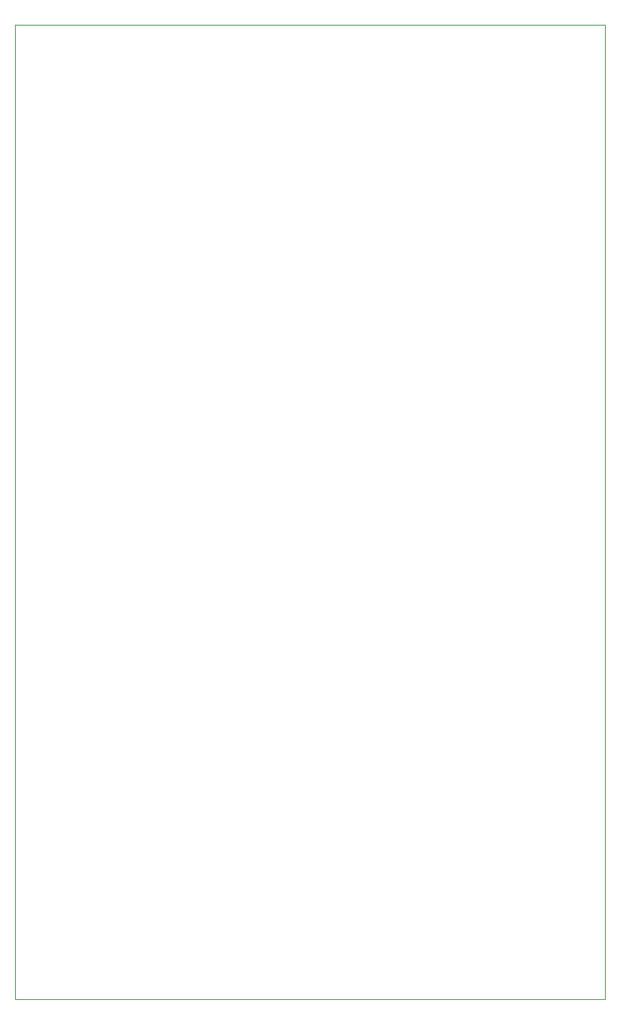
<source format=gbr>
%TF.GenerationSoftware,KiCad,Pcbnew,9.0.5*%
%TF.CreationDate,2025-11-15T09:05:35-08:00*%
%TF.ProjectId,Radio2,52616469-6f32-42e6-9b69-6361645f7063,rev?*%
%TF.SameCoordinates,Original*%
%TF.FileFunction,Profile,NP*%
%FSLAX46Y46*%
G04 Gerber Fmt 4.6, Leading zero omitted, Abs format (unit mm)*
G04 Created by KiCad (PCBNEW 9.0.5) date 2025-11-15 09:05:35*
%MOMM*%
%LPD*%
G01*
G04 APERTURE LIST*
%TA.AperFunction,Profile*%
%ADD10C,0.050000*%
%TD*%
G04 APERTURE END LIST*
D10*
X106750000Y-39750000D02*
X173250000Y-39750000D01*
X173250000Y-149500000D01*
X106750000Y-149500000D01*
X106750000Y-39750000D01*
M02*

</source>
